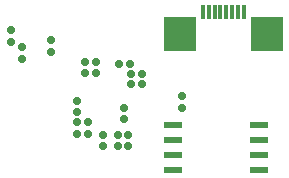
<source format=gbp>
G04*
G04 #@! TF.GenerationSoftware,Altium Limited,Altium Designer,23.3.1 (30)*
G04*
G04 Layer_Color=128*
%FSAX44Y44*%
%MOMM*%
G71*
G04*
G04 #@! TF.SameCoordinates,E4202109-5C2D-4CF9-8B46-EFF2A95DF25D*
G04*
G04*
G04 #@! TF.FilePolarity,Positive*
G04*
G01*
G75*
G04:AMPARAMS|DCode=21|XSize=0.6mm|YSize=0.6mm|CornerRadius=0.15mm|HoleSize=0mm|Usage=FLASHONLY|Rotation=180.000|XOffset=0mm|YOffset=0mm|HoleType=Round|Shape=RoundedRectangle|*
%AMROUNDEDRECTD21*
21,1,0.6000,0.3000,0,0,180.0*
21,1,0.3000,0.6000,0,0,180.0*
1,1,0.3000,-0.1500,0.1500*
1,1,0.3000,0.1500,0.1500*
1,1,0.3000,0.1500,-0.1500*
1,1,0.3000,-0.1500,-0.1500*
%
%ADD21ROUNDEDRECTD21*%
G04:AMPARAMS|DCode=34|XSize=0.6mm|YSize=0.6mm|CornerRadius=0.15mm|HoleSize=0mm|Usage=FLASHONLY|Rotation=90.000|XOffset=0mm|YOffset=0mm|HoleType=Round|Shape=RoundedRectangle|*
%AMROUNDEDRECTD34*
21,1,0.6000,0.3000,0,0,90.0*
21,1,0.3000,0.6000,0,0,90.0*
1,1,0.3000,0.1500,0.1500*
1,1,0.3000,0.1500,-0.1500*
1,1,0.3000,-0.1500,-0.1500*
1,1,0.3000,-0.1500,0.1500*
%
%ADD34ROUNDEDRECTD34*%
%ADD82R,2.7000X3.0000*%
%ADD83R,0.3000X1.2000*%
%ADD84R,1.6000X0.6000*%
D21*
X00389924Y00369201D02*
D03*
X00399924Y00360200D02*
D03*
Y00351950D02*
D03*
X00409576Y00360199D02*
D03*
X00399576Y00369200D02*
D03*
X00409576Y00351949D02*
D03*
D34*
X00308000Y00383276D02*
D03*
X00307999Y00373624D02*
D03*
X00354500Y00319826D02*
D03*
X00354499Y00310174D02*
D03*
X00443599Y00331924D02*
D03*
X00443600Y00341576D02*
D03*
X00370750Y00361124D02*
D03*
X00394602Y00332152D02*
D03*
X00398000Y00309026D02*
D03*
X00389500D02*
D03*
X00376301D02*
D03*
X00332250Y00389202D02*
D03*
X00361750Y00361124D02*
D03*
X00298580Y00387874D02*
D03*
X00354501Y00337886D02*
D03*
X00363500Y00319826D02*
D03*
X00332249Y00379550D02*
D03*
X00376300Y00299374D02*
D03*
X00354500Y00328234D02*
D03*
X00389499Y00299374D02*
D03*
X00298581Y00397526D02*
D03*
X00370751Y00370776D02*
D03*
X00361751D02*
D03*
X00363499Y00310174D02*
D03*
X00397999Y00299374D02*
D03*
X00394601Y00322500D02*
D03*
D82*
X00441700Y00394850D02*
D03*
X00515300D02*
D03*
D83*
X00496000Y00413450D02*
D03*
X00491000D02*
D03*
X00486000D02*
D03*
X00481000D02*
D03*
X00476000D02*
D03*
X00471000D02*
D03*
X00466000D02*
D03*
X00461000D02*
D03*
D84*
X00508250Y00279150D02*
D03*
X00436250Y00317250D02*
D03*
Y00304550D02*
D03*
Y00291850D02*
D03*
Y00279150D02*
D03*
X00508250Y00291850D02*
D03*
Y00304550D02*
D03*
Y00317250D02*
D03*
M02*

</source>
